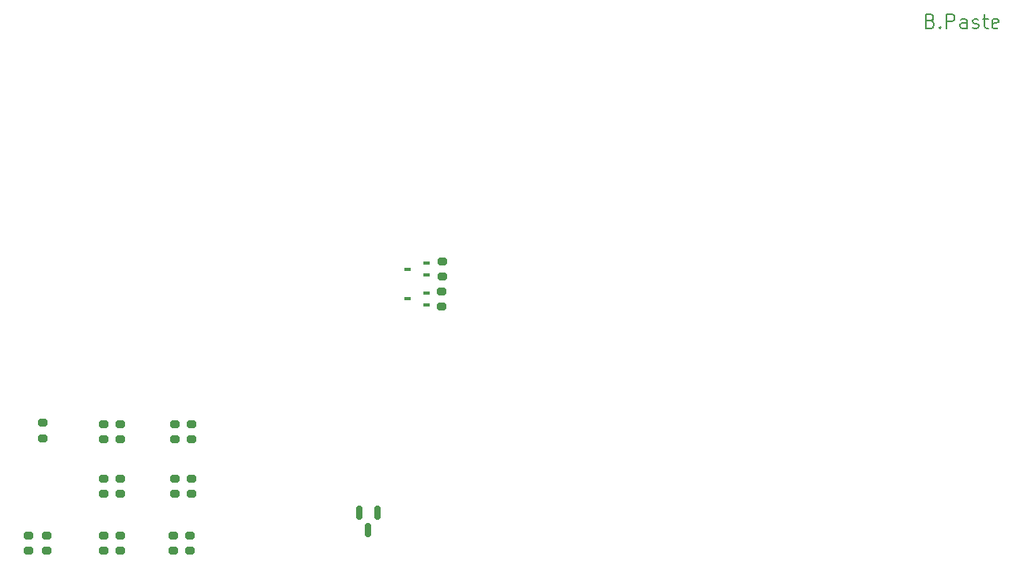
<source format=gbr>
%TF.GenerationSoftware,KiCad,Pcbnew,7.0.9-7.0.9~ubuntu20.04.1*%
%TF.CreationDate,2023-12-26T14:03:14-08:00*%
%TF.ProjectId,NX-IndicatorBoard,4e582d49-6e64-4696-9361-746f72426f61,1*%
%TF.SameCoordinates,Original*%
%TF.FileFunction,Paste,Bot*%
%TF.FilePolarity,Positive*%
%FSLAX46Y46*%
G04 Gerber Fmt 4.6, Leading zero omitted, Abs format (unit mm)*
G04 Created by KiCad (PCBNEW 7.0.9-7.0.9~ubuntu20.04.1) date 2023-12-26 14:03:14*
%MOMM*%
%LPD*%
G01*
G04 APERTURE LIST*
G04 Aperture macros list*
%AMRoundRect*
0 Rectangle with rounded corners*
0 $1 Rounding radius*
0 $2 $3 $4 $5 $6 $7 $8 $9 X,Y pos of 4 corners*
0 Add a 4 corners polygon primitive as box body*
4,1,4,$2,$3,$4,$5,$6,$7,$8,$9,$2,$3,0*
0 Add four circle primitives for the rounded corners*
1,1,$1+$1,$2,$3*
1,1,$1+$1,$4,$5*
1,1,$1+$1,$6,$7*
1,1,$1+$1,$8,$9*
0 Add four rect primitives between the rounded corners*
20,1,$1+$1,$2,$3,$4,$5,0*
20,1,$1+$1,$4,$5,$6,$7,0*
20,1,$1+$1,$6,$7,$8,$9,0*
20,1,$1+$1,$8,$9,$2,$3,0*%
G04 Aperture macros list end*
%ADD10C,0.187500*%
%ADD11RoundRect,0.200000X-0.275000X0.200000X-0.275000X-0.200000X0.275000X-0.200000X0.275000X0.200000X0*%
%ADD12RoundRect,0.200000X0.275000X-0.200000X0.275000X0.200000X-0.275000X0.200000X-0.275000X-0.200000X0*%
%ADD13R,0.700000X0.450000*%
%ADD14RoundRect,0.150000X-0.150000X0.587500X-0.150000X-0.587500X0.150000X-0.587500X0.150000X0.587500X0*%
G04 APERTURE END LIST*
D10*
X203672497Y-64552964D02*
X203886783Y-64624392D01*
X203886783Y-64624392D02*
X203958212Y-64695821D01*
X203958212Y-64695821D02*
X204029640Y-64838678D01*
X204029640Y-64838678D02*
X204029640Y-65052964D01*
X204029640Y-65052964D02*
X203958212Y-65195821D01*
X203958212Y-65195821D02*
X203886783Y-65267250D01*
X203886783Y-65267250D02*
X203743926Y-65338678D01*
X203743926Y-65338678D02*
X203172497Y-65338678D01*
X203172497Y-65338678D02*
X203172497Y-63838678D01*
X203172497Y-63838678D02*
X203672497Y-63838678D01*
X203672497Y-63838678D02*
X203815355Y-63910107D01*
X203815355Y-63910107D02*
X203886783Y-63981535D01*
X203886783Y-63981535D02*
X203958212Y-64124392D01*
X203958212Y-64124392D02*
X203958212Y-64267250D01*
X203958212Y-64267250D02*
X203886783Y-64410107D01*
X203886783Y-64410107D02*
X203815355Y-64481535D01*
X203815355Y-64481535D02*
X203672497Y-64552964D01*
X203672497Y-64552964D02*
X203172497Y-64552964D01*
X204672497Y-65195821D02*
X204743926Y-65267250D01*
X204743926Y-65267250D02*
X204672497Y-65338678D01*
X204672497Y-65338678D02*
X204601069Y-65267250D01*
X204601069Y-65267250D02*
X204672497Y-65195821D01*
X204672497Y-65195821D02*
X204672497Y-65338678D01*
X205386783Y-65338678D02*
X205386783Y-63838678D01*
X205386783Y-63838678D02*
X205958212Y-63838678D01*
X205958212Y-63838678D02*
X206101069Y-63910107D01*
X206101069Y-63910107D02*
X206172498Y-63981535D01*
X206172498Y-63981535D02*
X206243926Y-64124392D01*
X206243926Y-64124392D02*
X206243926Y-64338678D01*
X206243926Y-64338678D02*
X206172498Y-64481535D01*
X206172498Y-64481535D02*
X206101069Y-64552964D01*
X206101069Y-64552964D02*
X205958212Y-64624392D01*
X205958212Y-64624392D02*
X205386783Y-64624392D01*
X207529641Y-65338678D02*
X207529641Y-64552964D01*
X207529641Y-64552964D02*
X207458212Y-64410107D01*
X207458212Y-64410107D02*
X207315355Y-64338678D01*
X207315355Y-64338678D02*
X207029641Y-64338678D01*
X207029641Y-64338678D02*
X206886783Y-64410107D01*
X207529641Y-65267250D02*
X207386783Y-65338678D01*
X207386783Y-65338678D02*
X207029641Y-65338678D01*
X207029641Y-65338678D02*
X206886783Y-65267250D01*
X206886783Y-65267250D02*
X206815355Y-65124392D01*
X206815355Y-65124392D02*
X206815355Y-64981535D01*
X206815355Y-64981535D02*
X206886783Y-64838678D01*
X206886783Y-64838678D02*
X207029641Y-64767250D01*
X207029641Y-64767250D02*
X207386783Y-64767250D01*
X207386783Y-64767250D02*
X207529641Y-64695821D01*
X208172498Y-65267250D02*
X208315355Y-65338678D01*
X208315355Y-65338678D02*
X208601069Y-65338678D01*
X208601069Y-65338678D02*
X208743926Y-65267250D01*
X208743926Y-65267250D02*
X208815355Y-65124392D01*
X208815355Y-65124392D02*
X208815355Y-65052964D01*
X208815355Y-65052964D02*
X208743926Y-64910107D01*
X208743926Y-64910107D02*
X208601069Y-64838678D01*
X208601069Y-64838678D02*
X208386784Y-64838678D01*
X208386784Y-64838678D02*
X208243926Y-64767250D01*
X208243926Y-64767250D02*
X208172498Y-64624392D01*
X208172498Y-64624392D02*
X208172498Y-64552964D01*
X208172498Y-64552964D02*
X208243926Y-64410107D01*
X208243926Y-64410107D02*
X208386784Y-64338678D01*
X208386784Y-64338678D02*
X208601069Y-64338678D01*
X208601069Y-64338678D02*
X208743926Y-64410107D01*
X209243927Y-64338678D02*
X209815355Y-64338678D01*
X209458212Y-63838678D02*
X209458212Y-65124392D01*
X209458212Y-65124392D02*
X209529641Y-65267250D01*
X209529641Y-65267250D02*
X209672498Y-65338678D01*
X209672498Y-65338678D02*
X209815355Y-65338678D01*
X210886784Y-65267250D02*
X210743927Y-65338678D01*
X210743927Y-65338678D02*
X210458213Y-65338678D01*
X210458213Y-65338678D02*
X210315355Y-65267250D01*
X210315355Y-65267250D02*
X210243927Y-65124392D01*
X210243927Y-65124392D02*
X210243927Y-64552964D01*
X210243927Y-64552964D02*
X210315355Y-64410107D01*
X210315355Y-64410107D02*
X210458213Y-64338678D01*
X210458213Y-64338678D02*
X210743927Y-64338678D01*
X210743927Y-64338678D02*
X210886784Y-64410107D01*
X210886784Y-64410107D02*
X210958213Y-64552964D01*
X210958213Y-64552964D02*
X210958213Y-64695821D01*
X210958213Y-64695821D02*
X210243927Y-64838678D01*
D11*
%TO.C,R18*%
X115189000Y-107760000D03*
X115189000Y-109410000D03*
%TD*%
%TO.C,R15*%
X124587000Y-107760000D03*
X124587000Y-109410000D03*
%TD*%
D12*
%TO.C,R13*%
X151400000Y-91996000D03*
X151400000Y-90346000D03*
%TD*%
D11*
%TO.C,R21*%
X122809000Y-113602000D03*
X122809000Y-115252000D03*
%TD*%
%TO.C,R19*%
X108712000Y-107633000D03*
X108712000Y-109283000D03*
%TD*%
%TO.C,R23*%
X115189000Y-113602000D03*
X115189000Y-115252000D03*
%TD*%
%TO.C,R28*%
X109093000Y-119698000D03*
X109093000Y-121348000D03*
%TD*%
%TO.C,R20*%
X124587000Y-113602000D03*
X124587000Y-115252000D03*
%TD*%
%TO.C,R29*%
X107188000Y-119698000D03*
X107188000Y-121348000D03*
%TD*%
D13*
%TO.C,Q13*%
X149733000Y-90521000D03*
X149733000Y-91821000D03*
X147733000Y-91171000D03*
%TD*%
D11*
%TO.C,R26*%
X116967000Y-119698000D03*
X116967000Y-121348000D03*
%TD*%
%TO.C,R24*%
X124460000Y-119698000D03*
X124460000Y-121348000D03*
%TD*%
%TO.C,R17*%
X116967000Y-107760000D03*
X116967000Y-109410000D03*
%TD*%
%TO.C,R16*%
X122809000Y-107760000D03*
X122809000Y-109410000D03*
%TD*%
D13*
%TO.C,Q14*%
X149717000Y-93711000D03*
X149717000Y-95011000D03*
X147717000Y-94361000D03*
%TD*%
D11*
%TO.C,R25*%
X122682000Y-119698000D03*
X122682000Y-121348000D03*
%TD*%
%TO.C,R27*%
X115189000Y-119698000D03*
X115189000Y-121348000D03*
%TD*%
D14*
%TO.C,D10*%
X142560000Y-117299500D03*
X144460000Y-117299500D03*
X143510000Y-119174500D03*
%TD*%
D11*
%TO.C,R22*%
X116967000Y-113602000D03*
X116967000Y-115252000D03*
%TD*%
D12*
%TO.C,R14*%
X151384000Y-95186000D03*
X151384000Y-93536000D03*
%TD*%
M02*

</source>
